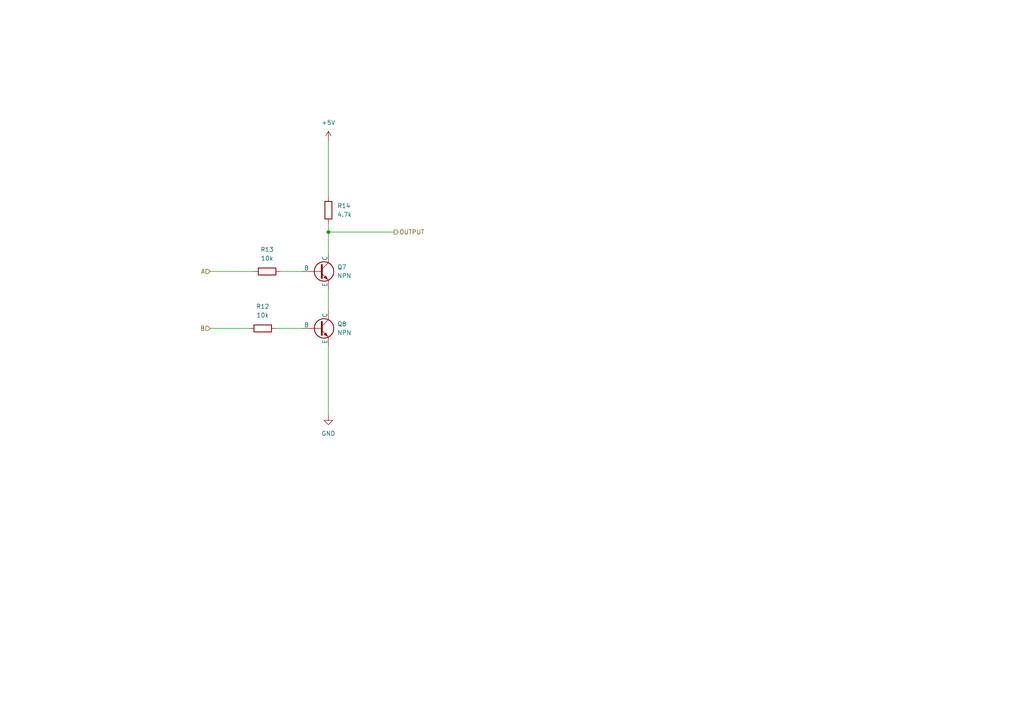
<source format=kicad_sch>
(kicad_sch (version 20231120) (generator "eeschema") (generator_version "8.0")
  (paper "A4")
  (lib_symbols
    (symbol "Device:R" (pin_numbers hide) (pin_names (offset 0))
      (property "Reference" "R" (at 2.032 0 90))
      (property "Value" "R" (at 0 0 90))
      (symbol "R_0_1"
        (rectangle (start -1.016 -2.54) (end 1.016 2.54) (stroke (width 0.254)))
      )
      (symbol "R_1_1"
        (pin passive line (at 0 3.81 270) (length 1.27) (name "~") (number "1"))
        (pin passive line (at 0 -3.81 90) (length 1.27) (name "~") (number "2"))
      )
    )
    (symbol "Simulation_SPICE:NPN" (pin_numbers hide) (pin_names (offset 0))
      (property "Reference" "Q" (at -2.54 7.62 0))
      (property "Value" "NPN" (at -2.54 5.08 0))
      (symbol "NPN_0_1"
        (polyline (pts (xy -2.54 0) (xy 0.635 0)) (stroke (width 0.1524)))
        (polyline (pts (xy 0.635 0.635) (xy 2.54 2.54)))
        (polyline (pts (xy 2.794 -1.27) (xy 2.794 -1.27)) (stroke (width 0.1524)))
        (polyline (pts (xy 2.794 -1.27) (xy 2.794 -1.27)) (stroke (width 0.1524)))
        (polyline (pts (xy 0.635 -0.635) (xy 2.54 -2.54) (xy 2.54 -2.54)))
        (polyline (pts (xy 0.635 1.905) (xy 0.635 -1.905) (xy 0.635 -1.905)) (stroke (width 0.508)))
        (polyline (pts (xy 1.27 -1.778) (xy 1.778 -1.27) (xy 2.286 -2.286) (xy 1.27 -1.778) (xy 1.27 -1.778)) (fill (type outline)))
        (circle (center 1.27 0) (radius 2.8194) (stroke (width 0.254)))
      )
      (symbol "NPN_1_1"
        (pin open_collector line (at 2.54 5.08 270) (length 2.54) (name "C") (number "1"))
        (pin input line (at -5.08 0 0) (length 2.54) (name "B") (number "2"))
        (pin open_emitter line (at 2.54 -5.08 90) (length 2.54) (name "E") (number "3"))
      )
    )
    (symbol "power:+5V" (power) (pin_numbers hide) (pin_names (offset 0) hide)
      (property "Value" "+5V" (at 0 3.556 0))
      (symbol "+5V_0_1"
        (polyline (pts (xy -0.762 1.27) (xy 0 2.54)))
        (polyline (pts (xy 0 0) (xy 0 2.54)))
        (polyline (pts (xy 0 2.54) (xy 0.762 1.27)))
      )
      (symbol "+5V_1_1"
        (pin power_in line (at 0 0 90) (length 0) (name "~") (number "1"))
      )
    )
    (symbol "power:GND" (power) (pin_numbers hide) (pin_names (offset 0) hide)
      (property "Value" "GND" (at 0 -3.81 0))
      (symbol "GND_0_1"
        (polyline (pts (xy 0 0) (xy 0 -1.27) (xy 1.27 -1.27) (xy 0 -2.54) (xy -1.27 -1.27) (xy 0 -1.27)))
      )
      (symbol "GND_1_1"
        (pin power_in line (at 0 0 270) (length 0) (name "~") (number "1"))
      )
    )
  )
  (junction (at 95.25 67.31))
  (wire (pts (xy 80.01 95.25) (xy 87.63 95.25)))
  (wire (pts (xy 95.25 67.31) (xy 95.25 73.66)))
  (wire (pts (xy 95.25 40.64) (xy 95.25 57.15)))
  (wire (pts (xy 95.25 67.31) (xy 114.3 67.31)))
  (wire (pts (xy 95.25 83.82) (xy 95.25 90.17)))
  (wire (pts (xy 60.96 78.74) (xy 73.66 78.74)))
  (wire (pts (xy 95.25 100.33) (xy 95.25 120.65)))
  (wire (pts (xy 95.25 64.77) (xy 95.25 67.31)))
  (wire (pts (xy 60.96 95.25) (xy 72.39 95.25)))
  (wire (pts (xy 81.28 78.74) (xy 87.63 78.74)))
  (hierarchical_label "B" (shape input) (at 60.96 95.25 180))
  (hierarchical_label "A" (shape input) (at 60.96 78.74 180))
  (hierarchical_label "OUTPUT" (shape output) (at 114.3 67.31 0))
  (symbol (lib_id "Simulation_SPICE:NPN") (at 92.71 78.74 0) (unit 1)
    (property "Reference" "Q7" (at 97.79 77.4699 0) (effects (justify left)))
    (property "Value" "NPN" (at 97.79 80.0099 0) (effects (justify left)))
    (property "Footprint" "SOT-23-3_L2.9-W1.6-P1.90-LS2.8-BR:SOT-23-3_L2.9-W1.6-P1.90-LS2.8-BR" (effects (hide yes)))
    (property "Datasheet" "https://ngspice.sourceforge.io/docs/ngspice-html-manual/manual.xhtml#cha_BJTs" (effects (hide yes)))
    (property "Description" "Bipolar transistor symbol for simulation only, substrate tied to the emitter" (effects (hide yes)))
    (property "Sim.Device" "NPN" (effects (hide yes)))
    (property "Sim.Type" "GUMMELPOON" (effects (hide yes)))
    (property "Sim.Pins" "1=C 2=B 3=E" (effects (hide yes)))
    (instances (project "half-adder" (path "" (reference "Q7") (unit 1)) (path "" (reference "Q12") (unit 1))) (project "" (path "" (reference "Q5") (unit 1))))
  )
  (symbol (lib_id "Device:R") (at 77.47 78.74 90) (unit 1)
    (property "Reference" "R13" (at 77.47 72.39 90))
    (property "Value" "10k" (at 77.47 74.93 90))
    (property "Footprint" "R0603:R0603" (effects (hide yes)))
    (instances (project "half-adder" (path "" (reference "R13") (unit 1)) (path "" (reference "R20") (unit 1))))
  )
  (symbol (lib_id "Device:R") (at 76.2 95.25 90) (unit 1)
    (property "Reference" "R12" (at 76.2 88.9 90))
    (property "Value" "10k" (at 76.2 91.44 90))
    (property "Footprint" "R0603:R0603" (effects (hide yes)))
    (instances (project "half-adder" (path "" (reference "R12") (unit 1)) (path "" (reference "R19") (unit 1))))
  )
  (symbol (lib_id "power:GND") (at 95.25 120.65 0) (unit 1)
    (property "Reference" "#PWR022" (effects (hide yes)))
    (property "Value" "GND" (at 95.25 125.73 0))
    (property "Description" "Power symbol creates a global label with name \"GND\" , ground" (effects (hide yes)))
    (instances (project "half-adder" (path "" (reference "#PWR022") (unit 1)) (path "" (reference "#PWR028") (unit 1))))
  )
  (symbol (lib_id "power:+5V") (at 95.25 40.64 0) (unit 1)
    (property "Reference" "#PWR021" (effects (hide yes)))
    (property "Value" "+5V" (at 95.25 35.56 0))
    (property "Description" "Power symbol creates a global label with name \"+5V\"" (effects (hide yes)))
    (instances (project "half-adder" (path "" (reference "#PWR021") (unit 1)) (path "" (reference "#PWR027") (unit 1))))
  )
  (symbol (lib_id "Device:R") (at 95.25 60.96 0) (unit 1)
    (property "Reference" "R14" (at 97.79 59.6899 0) (effects (justify left)))
    (property "Value" "4.7k" (at 97.79 62.2299 0) (effects (justify left)))
    (property "Footprint" "R0603:R0603" (effects (hide yes)))
    (instances (project "half-adder" (path "" (reference "R14") (unit 1)) (path "" (reference "R21") (unit 1))))
  )
  (symbol (lib_id "Simulation_SPICE:NPN") (at 92.71 95.25 0) (unit 1)
    (property "Reference" "Q8" (at 97.79 93.9799 0) (effects (justify left)))
    (property "Value" "NPN" (at 97.79 96.5199 0) (effects (justify left)))
    (property "Footprint" "SOT-23-3_L2.9-W1.6-P1.90-LS2.8-BR:SOT-23-3_L2.9-W1.6-P1.90-LS2.8-BR" (effects (hide yes)))
    (property "Datasheet" "https://ngspice.sourceforge.io/docs/ngspice-html-manual/manual.xhtml#cha_BJTs" (effects (hide yes)))
    (property "Description" "Bipolar transistor symbol for simulation only, substrate tied to the emitter" (effects (hide yes)))
    (property "Sim.Device" "NPN" (effects (hide yes)))
    (property "Sim.Type" "GUMMELPOON" (effects (hide yes)))
    (property "Sim.Pins" "1=C 2=B 3=E" (effects (hide yes)))
    (instances (project "half-adder" (path "" (reference "Q8") (unit 1)) (path "" (reference "Q13") (unit 1))) (project "" (path "" (reference "Q6") (unit 1))))
  )
)
</source>
